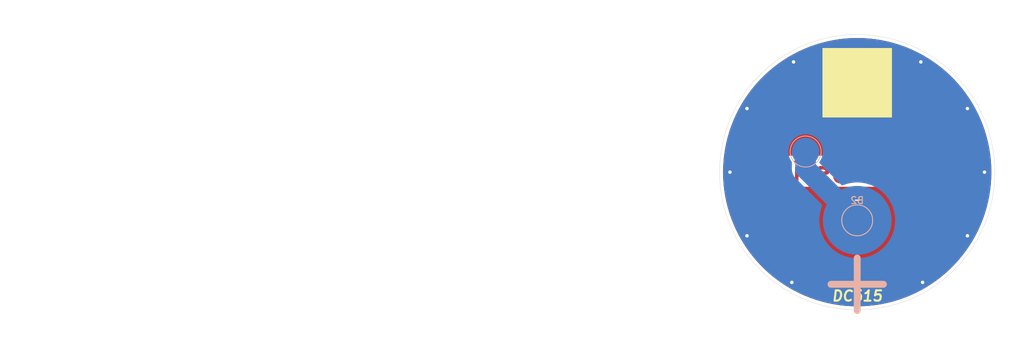
<source format=kicad_pcb>
(kicad_pcb (version 20240108) (generator "pcbnew") (generator_version "8.0")
  (layers (0 "F.Cu" signal) (31 "B.Cu" signal) (34 "B.Paste" user) (35 "F.Paste" user) (36 "B.SilkS" user "B.Silkscreen") (37 "F.SilkS" user "F.Silkscreen") (38 "B.Mask" user) (39 "F.Mask" user) (44 "Edge.Cuts" user))
  (net 0 "")
  (net 1 "GND")
  (net 2 "+3V0")
  (footprint "TestPoint:TestPoint_THTPad_D1.0mm_Drill0.5mm" (layer "F.Cu") (at 133.97853 40.75 120)
    (property "Reference" "T51" (hide yes))
    (property "Value" "TestPoint_THTPad_D1.0mm_Drill0.5mm" (hide yes))
    (pad "1" thru_hole circle (at 0 0 120) (size 0.6 0.6) (drill 0.5) (layers "*.Cu" "*.Mask") (net 1 "GND"))
  )
  (footprint "TestPoint:TestPoint_THTPad_D1.0mm_Drill0.5mm" (layer "F.Cu") (at 166.021469 40.75)
    (property "Reference" "T43" (hide yes))
    (property "Value" "TestPoint_THTPad_D1.0mm_Drill0.5mm" (hide yes))
    (pad "1" thru_hole circle (at 0 0) (size 0.6 0.6) (drill 0.5) (layers "*.Cu" "*.Mask") (net 1 "GND"))
  )
  (footprint "TestPoint:TestPoint_THTPad_D1.0mm_Drill0.5mm" (layer "F.Cu") (at 131.5 50 150)
    (property "Reference" "T50" (hide yes))
    (property "Value" "TestPoint_THTPad_D1.0mm_Drill0.5mm" (hide yes))
    (pad "1" thru_hole circle (at 0 0 150) (size 0.6 0.6) (drill 0.5) (layers "*.Cu" "*.Mask") (net 1 "GND"))
  )
  (footprint "TestPoint:TestPoint_THTPad_D1.0mm_Drill0.5mm" (layer "F.Cu") (at 140.5 66.021469 -150)
    (property "Reference" "T48" (hide yes))
    (property "Value" "TestPoint_THTPad_D1.0mm_Drill0.5mm" (hide yes))
    (pad "1" thru_hole circle (at 0 0 210) (size 0.6 0.6) (drill 0.5) (layers "*.Cu" "*.Mask") (net 1 "GND"))
  )
  (footprint "TestPoint:TestPoint_THTPad_D1.0mm_Drill0.5mm" (layer "F.Cu") (at 168.5 50 -30)
    (property "Reference" "T44" (hide yes))
    (property "Value" "TestPoint_THTPad_D1.0mm_Drill0.5mm" (hide yes))
    (pad "1" thru_hole circle (at 0 0 330) (size 0.6 0.6) (drill 0.5) (layers "*.Cu" "*.Mask") (net 1 "GND"))
  )
  (footprint "TestPoint:TestPoint_THTPad_D1.0mm_Drill0.5mm" (layer "F.Cu") (at 166.021469 59.25 -60)
    (property "Reference" "T45" (hide yes))
    (property "Value" "TestPoint_THTPad_D1.0mm_Drill0.5mm" (hide yes))
    (pad "1" thru_hole circle (at 0 0 300) (size 0.6 0.6) (drill 0.5) (layers "*.Cu" "*.Mask") (net 1 "GND"))
  )
  (footprint "TestPoint:TestPoint_THTPad_D1.0mm_Drill0.5mm" (layer "F.Cu") (at 159.5 66.021469 -90)
    (property "Reference" "T46" (hide yes))
    (property "Value" "TestPoint_THTPad_D1.0mm_Drill0.5mm" (hide yes))
    (pad "1" thru_hole circle (at 0 0 270) (size 0.6 0.6) (drill 0.5) (layers "*.Cu" "*.Mask") (net 1 "GND"))
  )
  (footprint "TestPoint:TestPoint_THTPad_D1.0mm_Drill0.5mm" (layer "F.Cu") (at 140.75 33.97853 60)
    (property "Reference" "T52" (hide yes))
    (property "Value" "TestPoint_THTPad_D1.0mm_Drill0.5mm" (hide yes))
    (pad "1" thru_hole circle (at 0 0 60) (size 0.6 0.6) (drill 0.5) (layers "*.Cu" "*.Mask") (net 1 "GND"))
  )
  (footprint "TestPoint:TestPoint_THTPad_D1.0mm_Drill0.5mm" (layer "F.Cu") (at 133.97853 59.25 180)
    (property "Reference" "T49" (hide yes))
    (property "Value" "TestPoint_THTPad_D1.0mm_Drill0.5mm" (hide yes))
    (pad "1" thru_hole circle (at 0 0 180) (size 0.6 0.6) (drill 0.5) (layers "*.Cu" "*.Mask") (net 1 "GND"))
  )
  (footprint "TestPoint:TestPoint_THTPad_D1.0mm_Drill0.5mm" (layer "F.Cu") (at 159.25 33.97853 30)
    (property "Reference" "T42" (hide yes))
    (property "Value" "TestPoint_THTPad_D1.0mm_Drill0.5mm" (hide yes))
    (pad "1" thru_hole circle (at 0 0 30) (size 0.6 0.6) (drill 0.5) (layers "*.Cu" "*.Mask") (net 1 "GND"))
  )
  (footprint "TestPoint:TestPoint_Pad_D4.0mm" (layer "B.Cu") (at 142.5 47 180)
    (property "Reference" "REF**" (hide yes))
    (property "Value" "TestPoint_Pad_D4.0mm" (hide yes))
    (fp_circle (center 0 0) (end 0 -2.25) (stroke (width 0.12)) (fill none) (layer "B.SilkS"))
    (pad "1" smd circle (at 0 0 180) (size 4 4) (layers "B.Cu" "B.Mask") (net 2 "+3V0"))
  )
  (footprint "TestPoint:TestPoint_Pad_D4.0mm" (layer "B.Cu") (at 150 57 180)
    (property "Reference" "+" (at 0 -8.532 0) (layer "B.SilkS") (effects (font (size 10 10) (thickness 1)) (justify mirror)))
    (property "Value" "BAT+")
    (fp_circle (center 0 0) (end 0 -2.25) (stroke (width 0.12)) (fill none) (layer "B.SilkS"))
    (pad "1" smd circle (at 0 0 180) (size 10 10) (layers "B.Cu" "B.Mask") (net 2 "+3V0"))
  )
  (footprint "TestPoint:TestPoint_Pad_D4.0mm" (layer "B.Cu") (at 150 57 180)
    (property "Reference" "B2" (at 0 2.898 0) (layer "B.SilkS") (effects (justify mirror)))
    (property "Value" "BAT+")
    (fp_circle (center 0 0) (end 0 -2.25) (stroke (width 0.12)) (fill none) (layer "B.SilkS"))
    (pad "1" smd circle (at 0 0 180) (size 4 4) (layers "B.Cu" "B.Mask") (net 2 "+3V0"))
  )
  (gr_rect (start 145 32) (end 155 42) (stroke (width 0.1)) (fill solid) (layer "F.SilkS"))
  (gr_circle (center 150 50) (end 170 50) (stroke (width 0.05)) (fill none) (layer "Edge.Cuts"))
  (gr_text "limited edition" (at 150 50 0) (layer "F.Cu") (effects (font (size 3 3) (thickness 0.5) (bold yes))))
  (gr_text "-" (at 150 54 0) (layer "F.SilkS") (effects (font (size 2 2) (thickness 0.1))))
  (gr_text "DC615" (at 150 68 0) (layer "F.SilkS") (effects (font (size 1.5 1.5) (thickness 0.3) (bold yes) (italic yes))))
  (segment (start 142.5 49.5) (end 150 57) (width 3) (layer "B.Cu") (net 2))
  (segment (start 142.5 47) (end 142.5 49.5) (width 3) (layer "B.Cu") (net 2))
  (zone (net 1) (net_name "GND") (layers "F&B.Cu") (connect_pads (clearance 0.5)) (min_thickness 0.25) (fill yes (thermal_gap 0.5) (thermal_bridge_width 0.5))
    (polygon (pts (xy 25.4 26.924) (xy 174.244 26.924) (xy 174.244 72.39) (xy 118.11 72.39) (xy 25.4 72.39)))
  )
)
</source>
